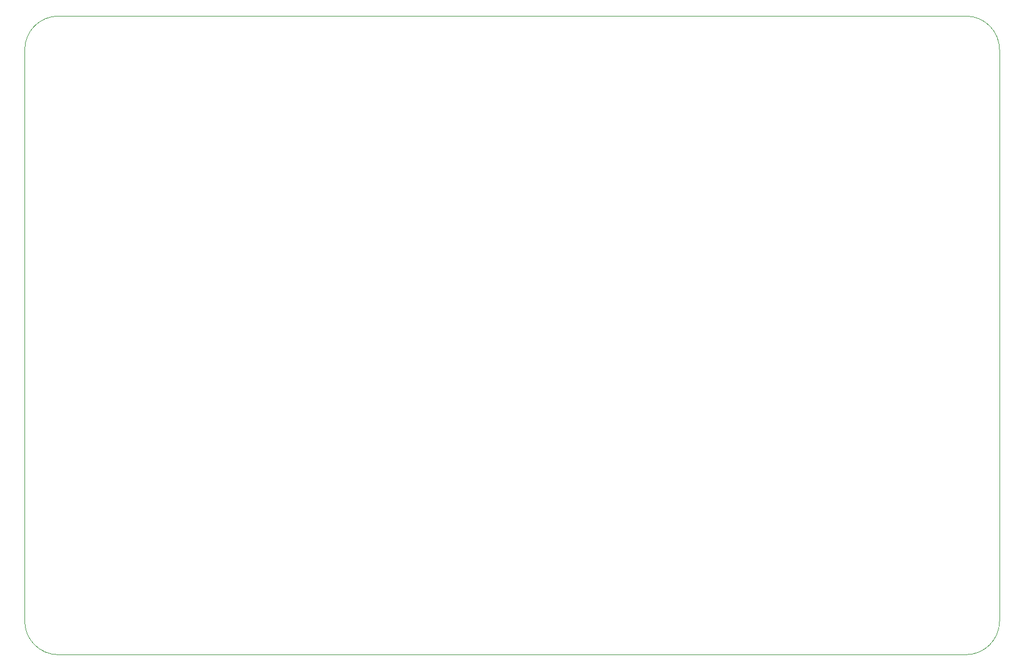
<source format=gbr>
G04 #@! TF.GenerationSoftware,KiCad,Pcbnew,(7.0.0)*
G04 #@! TF.CreationDate,2024-08-17T07:47:08-04:00*
G04 #@! TF.ProjectId,ESP32-TERM,45535033-322d-4544-9552-4d2e6b696361,1*
G04 #@! TF.SameCoordinates,Original*
G04 #@! TF.FileFunction,Profile,NP*
%FSLAX46Y46*%
G04 Gerber Fmt 4.6, Leading zero omitted, Abs format (unit mm)*
G04 Created by KiCad (PCBNEW (7.0.0)) date 2024-08-17 07:47:08*
%MOMM*%
%LPD*%
G01*
G04 APERTURE LIST*
G04 #@! TA.AperFunction,Profile*
%ADD10C,0.100000*%
G04 #@! TD*
G04 APERTURE END LIST*
D10*
X300000000Y-80000000D02*
G75*
G03*
X305000000Y-75000000I0J5000000D01*
G01*
X160000000Y-75000000D02*
X160000000Y10000000D01*
X305000000Y10000000D02*
X305000000Y-75000000D01*
X305000000Y10000000D02*
G75*
G03*
X300000000Y15000000I-5000000J0D01*
G01*
X165000000Y15000000D02*
X300000000Y15000000D01*
X165000000Y15000000D02*
G75*
G03*
X160000000Y10000000I0J-5000000D01*
G01*
X160000000Y-75000000D02*
G75*
G03*
X165000000Y-80000000I5000000J0D01*
G01*
X300000000Y-80000000D02*
X165000000Y-80000000D01*
M02*

</source>
